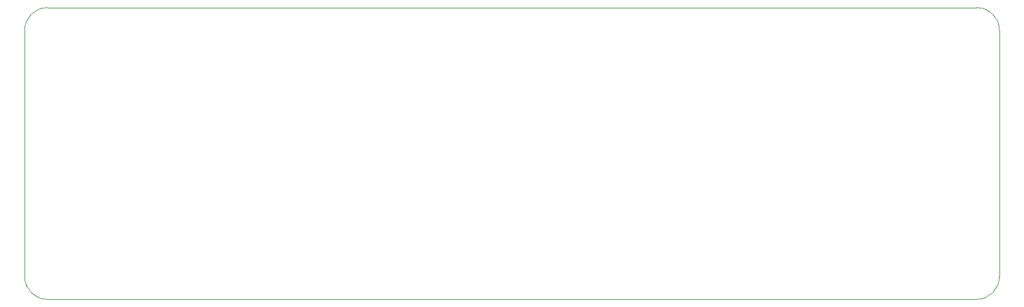
<source format=gm1>
%TF.GenerationSoftware,KiCad,Pcbnew,7.0.7*%
%TF.CreationDate,2023-09-28T15:43:30-05:00*%
%TF.ProjectId,iowa-rover-kiosk-level-buttons,696f7761-2d72-46f7-9665-722d6b696f73,rev?*%
%TF.SameCoordinates,Original*%
%TF.FileFunction,Profile,NP*%
%FSLAX46Y46*%
G04 Gerber Fmt 4.6, Leading zero omitted, Abs format (unit mm)*
G04 Created by KiCad (PCBNEW 7.0.7) date 2023-09-28 15:43:30*
%MOMM*%
%LPD*%
G01*
G04 APERTURE LIST*
%TA.AperFunction,Profile*%
%ADD10C,0.100000*%
%TD*%
G04 APERTURE END LIST*
D10*
X202565000Y-50165000D02*
X71120000Y-50165000D01*
X67945000Y-88265000D02*
G75*
G03*
X71120000Y-91440000I3175000J0D01*
G01*
X205740000Y-88265000D02*
X205740000Y-53340000D01*
X67945000Y-53340000D02*
X67945000Y-88265000D01*
X205740000Y-53340000D02*
G75*
G03*
X202565000Y-50165000I-3175000J0D01*
G01*
X71120000Y-50165000D02*
G75*
G03*
X67945000Y-53340000I0J-3175000D01*
G01*
X71120000Y-91440000D02*
X202565000Y-91440000D01*
X202565000Y-91440000D02*
G75*
G03*
X205740000Y-88265000I0J3175000D01*
G01*
M02*

</source>
